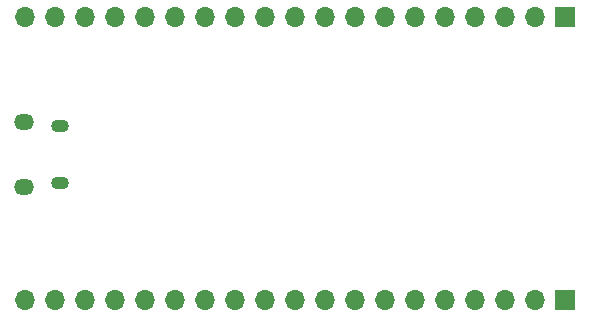
<source format=gbr>
%TF.GenerationSoftware,KiCad,Pcbnew,7.0.8*%
%TF.CreationDate,2023-12-18T21:49:31+05:30*%
%TF.ProjectId,ESP WROOM 32-Devkit V4,45535020-5752-44f4-9f4d-2033322d4465,rev?*%
%TF.SameCoordinates,Original*%
%TF.FileFunction,Soldermask,Bot*%
%TF.FilePolarity,Negative*%
%FSLAX46Y46*%
G04 Gerber Fmt 4.6, Leading zero omitted, Abs format (unit mm)*
G04 Created by KiCad (PCBNEW 7.0.8) date 2023-12-18 21:49:31*
%MOMM*%
%LPD*%
G01*
G04 APERTURE LIST*
%ADD10O,1.700000X1.350000*%
%ADD11O,1.500000X1.100000*%
%ADD12R,1.700000X1.700000*%
%ADD13O,1.700000X1.700000*%
G04 APERTURE END LIST*
D10*
%TO.C,J1*%
X100822500Y-98600000D03*
D11*
X103822500Y-98910000D03*
X103822500Y-103750000D03*
D10*
X100822500Y-104060000D03*
%TD*%
D12*
%TO.C,J2*%
X146660000Y-89710000D03*
D13*
X144120000Y-89710000D03*
X141580000Y-89710000D03*
X139040000Y-89710000D03*
X136500000Y-89710000D03*
X133960000Y-89710000D03*
X131420000Y-89710000D03*
X128880000Y-89710000D03*
X126340000Y-89710000D03*
X123800000Y-89710000D03*
X121260000Y-89710000D03*
X118720000Y-89710000D03*
X116180000Y-89710000D03*
X113640000Y-89710000D03*
X111100000Y-89710000D03*
X108560000Y-89710000D03*
X106020000Y-89710000D03*
X103480000Y-89710000D03*
X100940000Y-89710000D03*
%TD*%
D12*
%TO.C,J3*%
X146650000Y-113680000D03*
D13*
X144110000Y-113680000D03*
X141570000Y-113680000D03*
X139030000Y-113680000D03*
X136490000Y-113680000D03*
X133950000Y-113680000D03*
X131410000Y-113680000D03*
X128870000Y-113680000D03*
X126330000Y-113680000D03*
X123790000Y-113680000D03*
X121250000Y-113680000D03*
X118710000Y-113680000D03*
X116170000Y-113680000D03*
X113630000Y-113680000D03*
X111090000Y-113680000D03*
X108550000Y-113680000D03*
X106010000Y-113680000D03*
X103470000Y-113680000D03*
X100930000Y-113680000D03*
%TD*%
M02*

</source>
